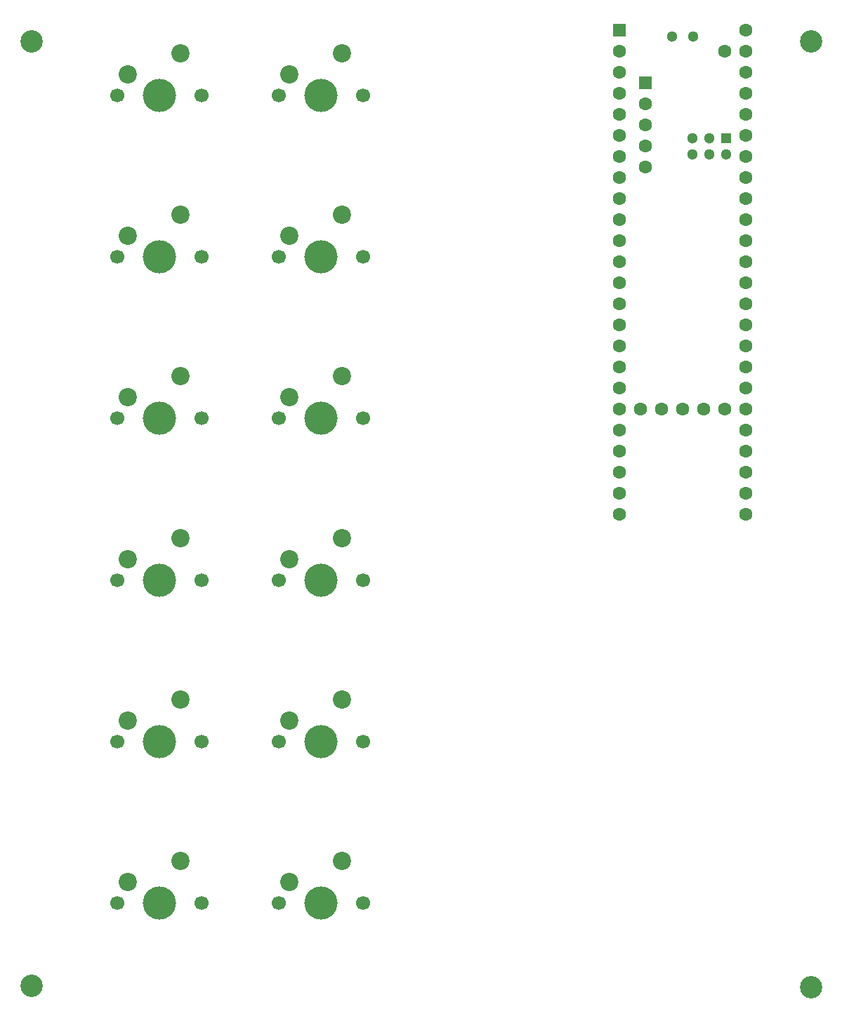
<source format=gbr>
%TF.GenerationSoftware,KiCad,Pcbnew,8.0.5*%
%TF.CreationDate,2024-11-15T19:55:36-05:00*%
%TF.ProjectId,m3++,6d332b2b-2e6b-4696-9361-645f70636258,rev?*%
%TF.SameCoordinates,Original*%
%TF.FileFunction,Soldermask,Top*%
%TF.FilePolarity,Negative*%
%FSLAX46Y46*%
G04 Gerber Fmt 4.6, Leading zero omitted, Abs format (unit mm)*
G04 Created by KiCad (PCBNEW 8.0.5) date 2024-11-15 19:55:36*
%MOMM*%
%LPD*%
G01*
G04 APERTURE LIST*
%ADD10C,1.700000*%
%ADD11C,4.000000*%
%ADD12C,2.200000*%
%ADD13C,2.700000*%
%ADD14R,1.600000X1.600000*%
%ADD15C,1.600000*%
%ADD16R,1.300000X1.300000*%
%ADD17C,1.300000*%
G04 APERTURE END LIST*
D10*
%TO.C,SW12*%
X121840000Y-122000000D03*
D11*
X126920000Y-122000000D03*
D10*
X132000000Y-122000000D03*
D12*
X129460000Y-116920000D03*
X123110000Y-119460000D03*
%TD*%
D10*
%TO.C,SW10*%
X121840000Y-83000000D03*
D11*
X126920000Y-83000000D03*
D10*
X132000000Y-83000000D03*
D12*
X129460000Y-77920000D03*
X123110000Y-80460000D03*
%TD*%
D10*
%TO.C,SW9*%
X121840000Y-63500000D03*
D11*
X126920000Y-63500000D03*
D10*
X132000000Y-63500000D03*
D12*
X129460000Y-58420000D03*
X123110000Y-60960000D03*
%TD*%
D10*
%TO.C,SW2*%
X102340000Y-44000000D03*
D11*
X107420000Y-44000000D03*
D10*
X112500000Y-44000000D03*
D12*
X109960000Y-38920000D03*
X103610000Y-41460000D03*
%TD*%
D13*
%TO.C,H1*%
X92000000Y-18000000D03*
%TD*%
%TO.C,H4*%
X186000000Y-18000000D03*
%TD*%
D10*
%TO.C,SW6*%
X102340000Y-122000000D03*
D11*
X107420000Y-122000000D03*
D10*
X112500000Y-122000000D03*
D12*
X109960000Y-116920000D03*
X103610000Y-119460000D03*
%TD*%
D13*
%TO.C,H3*%
X186000000Y-132171573D03*
%TD*%
D14*
%TO.C,U1*%
X162949200Y-16700800D03*
D15*
X162949200Y-19240800D03*
X162949200Y-21780800D03*
X162949200Y-24320800D03*
X162949200Y-26860800D03*
X162949200Y-29400800D03*
X162949200Y-31940800D03*
X162949200Y-34480800D03*
X162949200Y-37020800D03*
X162949200Y-39560800D03*
X162949200Y-42100800D03*
X162949200Y-44640800D03*
X162949200Y-47180800D03*
X162949200Y-49720800D03*
X162949200Y-52260800D03*
X162949200Y-54800800D03*
X162949200Y-57340800D03*
X162949200Y-59880800D03*
X162949200Y-62420800D03*
X162949200Y-64960800D03*
X162949200Y-67500800D03*
X162949200Y-70040800D03*
X162949200Y-72580800D03*
X162949200Y-75120800D03*
X178189200Y-75120800D03*
X178189200Y-72580800D03*
X178189200Y-70040800D03*
X178189200Y-67500800D03*
X178189200Y-64960800D03*
X178189200Y-62420800D03*
X178189200Y-59880800D03*
X178189200Y-57340800D03*
X178189200Y-54800800D03*
X178189200Y-52260800D03*
X178189200Y-49720800D03*
X178189200Y-47180800D03*
X178189200Y-44640800D03*
X178189200Y-42100800D03*
X178189200Y-39560800D03*
X178189200Y-37020800D03*
X178189200Y-34480800D03*
X178189200Y-31940800D03*
X178189200Y-29400800D03*
X178189200Y-26860800D03*
X178189200Y-24320800D03*
X178189200Y-21780800D03*
X178189200Y-19240800D03*
X178189200Y-16700800D03*
X175649200Y-19240800D03*
X165489200Y-62420800D03*
X168029200Y-62420800D03*
X170569200Y-62420800D03*
X173109200Y-62420800D03*
X175649200Y-62420800D03*
D14*
X166000000Y-23000000D03*
D15*
X166000000Y-25540000D03*
X166000000Y-28080000D03*
X166000000Y-30620000D03*
X166000000Y-33160000D03*
D16*
X175750800Y-29670800D03*
D17*
X173750800Y-29670800D03*
X171750800Y-29670800D03*
X171750800Y-31670800D03*
X173750800Y-31670800D03*
X175750800Y-31670800D03*
X171839200Y-17430800D03*
X169299200Y-17430800D03*
%TD*%
D10*
%TO.C,SW5*%
X102340000Y-102500000D03*
D11*
X107420000Y-102500000D03*
D10*
X112500000Y-102500000D03*
D12*
X109960000Y-97420000D03*
X103610000Y-99960000D03*
%TD*%
D10*
%TO.C,SW1*%
X102340000Y-24500000D03*
D11*
X107420000Y-24500000D03*
D10*
X112500000Y-24500000D03*
D12*
X109960000Y-19420000D03*
X103610000Y-21960000D03*
%TD*%
D10*
%TO.C,SW4*%
X102340000Y-83000000D03*
D11*
X107420000Y-83000000D03*
D10*
X112500000Y-83000000D03*
D12*
X109960000Y-77920000D03*
X103610000Y-80460000D03*
%TD*%
D10*
%TO.C,SW8*%
X121840000Y-44000000D03*
D11*
X126920000Y-44000000D03*
D10*
X132000000Y-44000000D03*
D12*
X129460000Y-38920000D03*
X123110000Y-41460000D03*
%TD*%
D10*
%TO.C,SW7*%
X121840000Y-24500000D03*
D11*
X126920000Y-24500000D03*
D10*
X132000000Y-24500000D03*
D12*
X129460000Y-19420000D03*
X123110000Y-21960000D03*
%TD*%
D10*
%TO.C,SW3*%
X102340000Y-63500000D03*
D11*
X107420000Y-63500000D03*
D10*
X112500000Y-63500000D03*
D12*
X109960000Y-58420000D03*
X103610000Y-60960000D03*
%TD*%
D10*
%TO.C,SW11*%
X121840000Y-102500000D03*
D11*
X126920000Y-102500000D03*
D10*
X132000000Y-102500000D03*
D12*
X129460000Y-97420000D03*
X123110000Y-99960000D03*
%TD*%
D13*
%TO.C,H2*%
X92000000Y-132000000D03*
%TD*%
M02*

</source>
